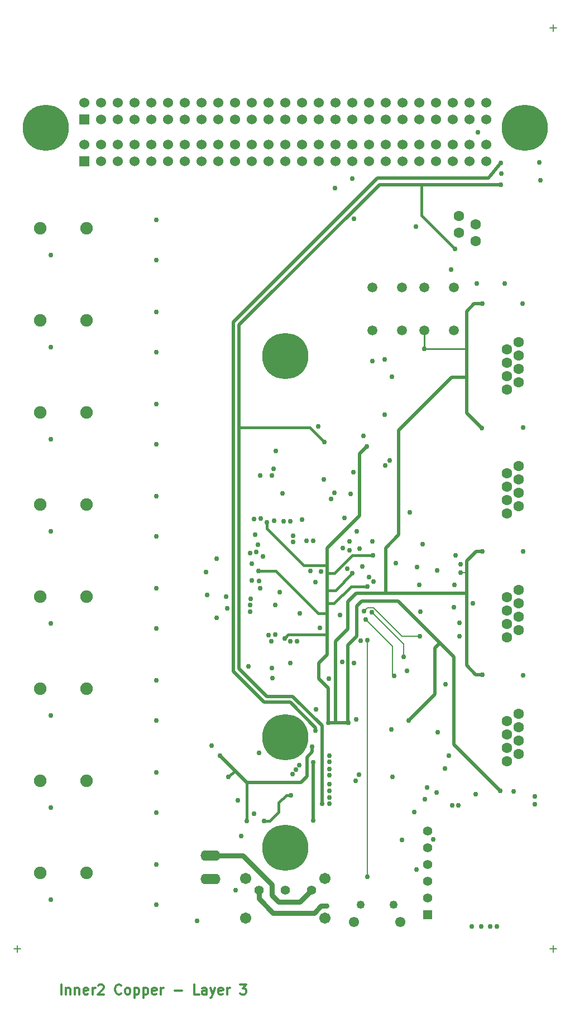
<source format=gbr>
G04 (created by PCBNEW (2013-07-07 BZR 4022)-stable) date 2/21/2016 2:52:36 PM*
%MOIN*%
G04 Gerber Fmt 3.4, Leading zero omitted, Abs format*
%FSLAX34Y34*%
G01*
G70*
G90*
G04 APERTURE LIST*
%ADD10C,0.00590551*%
%ADD11C,0.005*%
%ADD12C,0.0118*%
%ADD13C,0.0748031*%
%ADD14C,0.0672*%
%ADD15C,0.0551181*%
%ADD16C,0.275591*%
%ADD17R,0.06X0.06*%
%ADD18C,0.06*%
%ADD19C,0.0629921*%
%ADD20C,0.2756*%
%ADD21R,0.055X0.055*%
%ADD22C,0.055*%
%ADD23O,0.12X0.062*%
%ADD24O,0.12X0.063*%
%ADD25C,0.0610236*%
%ADD26C,0.0492126*%
%ADD27C,0.0590551*%
%ADD28C,0.03*%
%ADD29C,0.008*%
%ADD30C,0.03*%
%ADD31C,0.015*%
%ADD32C,0.01*%
%ADD33C,0.02*%
G04 APERTURE END LIST*
G54D10*
G54D11*
X41809Y-9011D02*
X42190Y-9011D01*
X42000Y-9202D02*
X42000Y-8821D01*
X9809Y-64011D02*
X10190Y-64011D01*
X10000Y-64202D02*
X10000Y-63821D01*
X41809Y-64011D02*
X42190Y-64011D01*
X42000Y-64202D02*
X42000Y-63821D01*
G54D12*
X12640Y-66739D02*
X12640Y-66148D01*
X12922Y-66345D02*
X12922Y-66739D01*
X12922Y-66401D02*
X12950Y-66373D01*
X13006Y-66345D01*
X13091Y-66345D01*
X13147Y-66373D01*
X13175Y-66429D01*
X13175Y-66739D01*
X13456Y-66345D02*
X13456Y-66739D01*
X13456Y-66401D02*
X13485Y-66373D01*
X13541Y-66345D01*
X13625Y-66345D01*
X13682Y-66373D01*
X13710Y-66429D01*
X13710Y-66739D01*
X14216Y-66711D02*
X14160Y-66739D01*
X14047Y-66739D01*
X13991Y-66711D01*
X13963Y-66654D01*
X13963Y-66429D01*
X13991Y-66373D01*
X14047Y-66345D01*
X14160Y-66345D01*
X14216Y-66373D01*
X14244Y-66429D01*
X14244Y-66485D01*
X13963Y-66542D01*
X14498Y-66739D02*
X14498Y-66345D01*
X14498Y-66457D02*
X14526Y-66401D01*
X14554Y-66373D01*
X14610Y-66345D01*
X14666Y-66345D01*
X14835Y-66204D02*
X14863Y-66176D01*
X14920Y-66148D01*
X15060Y-66148D01*
X15117Y-66176D01*
X15145Y-66204D01*
X15173Y-66260D01*
X15173Y-66317D01*
X15145Y-66401D01*
X14807Y-66739D01*
X15173Y-66739D01*
X16214Y-66682D02*
X16186Y-66711D01*
X16102Y-66739D01*
X16045Y-66739D01*
X15961Y-66711D01*
X15905Y-66654D01*
X15877Y-66598D01*
X15848Y-66485D01*
X15848Y-66401D01*
X15877Y-66288D01*
X15905Y-66232D01*
X15961Y-66176D01*
X16045Y-66148D01*
X16102Y-66148D01*
X16186Y-66176D01*
X16214Y-66204D01*
X16552Y-66739D02*
X16496Y-66711D01*
X16468Y-66682D01*
X16439Y-66626D01*
X16439Y-66457D01*
X16468Y-66401D01*
X16496Y-66373D01*
X16552Y-66345D01*
X16636Y-66345D01*
X16693Y-66373D01*
X16721Y-66401D01*
X16749Y-66457D01*
X16749Y-66626D01*
X16721Y-66682D01*
X16693Y-66711D01*
X16636Y-66739D01*
X16552Y-66739D01*
X17002Y-66345D02*
X17002Y-66936D01*
X17002Y-66373D02*
X17059Y-66345D01*
X17171Y-66345D01*
X17227Y-66373D01*
X17256Y-66401D01*
X17284Y-66457D01*
X17284Y-66626D01*
X17256Y-66682D01*
X17227Y-66711D01*
X17171Y-66739D01*
X17059Y-66739D01*
X17002Y-66711D01*
X17537Y-66345D02*
X17537Y-66936D01*
X17537Y-66373D02*
X17593Y-66345D01*
X17706Y-66345D01*
X17762Y-66373D01*
X17790Y-66401D01*
X17818Y-66457D01*
X17818Y-66626D01*
X17790Y-66682D01*
X17762Y-66711D01*
X17706Y-66739D01*
X17593Y-66739D01*
X17537Y-66711D01*
X18297Y-66711D02*
X18241Y-66739D01*
X18128Y-66739D01*
X18072Y-66711D01*
X18044Y-66654D01*
X18044Y-66429D01*
X18072Y-66373D01*
X18128Y-66345D01*
X18241Y-66345D01*
X18297Y-66373D01*
X18325Y-66429D01*
X18325Y-66485D01*
X18044Y-66542D01*
X18578Y-66739D02*
X18578Y-66345D01*
X18578Y-66457D02*
X18606Y-66401D01*
X18635Y-66373D01*
X18691Y-66345D01*
X18747Y-66345D01*
X19394Y-66514D02*
X19845Y-66514D01*
X20858Y-66739D02*
X20576Y-66739D01*
X20576Y-66148D01*
X21308Y-66739D02*
X21308Y-66429D01*
X21280Y-66373D01*
X21224Y-66345D01*
X21111Y-66345D01*
X21055Y-66373D01*
X21308Y-66711D02*
X21252Y-66739D01*
X21111Y-66739D01*
X21055Y-66711D01*
X21027Y-66654D01*
X21027Y-66598D01*
X21055Y-66542D01*
X21111Y-66514D01*
X21252Y-66514D01*
X21308Y-66485D01*
X21533Y-66345D02*
X21674Y-66739D01*
X21815Y-66345D02*
X21674Y-66739D01*
X21618Y-66879D01*
X21590Y-66908D01*
X21533Y-66936D01*
X22265Y-66711D02*
X22209Y-66739D01*
X22096Y-66739D01*
X22040Y-66711D01*
X22012Y-66654D01*
X22012Y-66429D01*
X22040Y-66373D01*
X22096Y-66345D01*
X22209Y-66345D01*
X22265Y-66373D01*
X22293Y-66429D01*
X22293Y-66485D01*
X22012Y-66542D01*
X22546Y-66739D02*
X22546Y-66345D01*
X22546Y-66457D02*
X22575Y-66401D01*
X22603Y-66373D01*
X22659Y-66345D01*
X22715Y-66345D01*
X23306Y-66148D02*
X23672Y-66148D01*
X23475Y-66373D01*
X23560Y-66373D01*
X23616Y-66401D01*
X23644Y-66429D01*
X23672Y-66485D01*
X23672Y-66626D01*
X23644Y-66682D01*
X23616Y-66711D01*
X23560Y-66739D01*
X23391Y-66739D01*
X23334Y-66711D01*
X23306Y-66682D01*
G54D13*
X14133Y-21000D03*
X11377Y-21000D03*
X14133Y-26500D03*
X11377Y-26500D03*
X14133Y-32000D03*
X11377Y-32000D03*
X14133Y-37500D03*
X11377Y-37500D03*
X14133Y-43000D03*
X11377Y-43000D03*
X14133Y-48500D03*
X11377Y-48500D03*
X14133Y-54000D03*
X11377Y-54000D03*
X14133Y-59500D03*
X11377Y-59500D03*
G54D14*
X23637Y-62181D03*
X28362Y-62181D03*
G54D15*
X26000Y-60507D03*
X27574Y-60507D03*
X24425Y-60507D03*
G54D14*
X23637Y-59818D03*
X28362Y-59818D03*
G54D16*
X26000Y-58000D03*
X40300Y-15000D03*
X11700Y-15000D03*
G54D17*
X14000Y-14500D03*
G54D18*
X14000Y-13500D03*
X15000Y-14500D03*
X15000Y-13500D03*
X16000Y-14500D03*
X16000Y-13500D03*
X17000Y-14500D03*
X17000Y-13500D03*
X18000Y-14500D03*
X18000Y-13500D03*
X19000Y-14500D03*
X19000Y-13500D03*
X20000Y-14500D03*
X20000Y-13500D03*
X21000Y-14500D03*
X21000Y-13500D03*
X22000Y-14500D03*
X22000Y-13500D03*
X23000Y-14500D03*
X23000Y-13500D03*
X24000Y-14500D03*
X24000Y-13500D03*
X25000Y-14500D03*
X25000Y-13500D03*
X26000Y-14500D03*
X26000Y-13500D03*
X27000Y-14500D03*
X27000Y-13500D03*
X28000Y-14500D03*
X28000Y-13500D03*
X29000Y-14500D03*
X29000Y-13500D03*
X30000Y-14500D03*
X30000Y-13500D03*
X31000Y-14500D03*
X31000Y-13500D03*
X32000Y-14500D03*
X32000Y-13500D03*
X33000Y-14500D03*
X33000Y-13500D03*
X34000Y-14500D03*
X34000Y-13500D03*
X35000Y-14500D03*
X35000Y-13500D03*
X36000Y-14500D03*
X36000Y-13500D03*
X37000Y-14500D03*
X37000Y-13500D03*
X38000Y-14500D03*
X38000Y-13500D03*
G54D17*
X14000Y-17000D03*
G54D18*
X14000Y-16000D03*
X15000Y-17000D03*
X15000Y-16000D03*
X16000Y-17000D03*
X16000Y-16000D03*
X17000Y-17000D03*
X17000Y-16000D03*
X18000Y-17000D03*
X18000Y-16000D03*
X19000Y-17000D03*
X19000Y-16000D03*
X20000Y-17000D03*
X20000Y-16000D03*
X21000Y-17000D03*
X21000Y-16000D03*
X22000Y-17000D03*
X22000Y-16000D03*
X23000Y-17000D03*
X23000Y-16000D03*
X24000Y-17000D03*
X24000Y-16000D03*
X25000Y-17000D03*
X25000Y-16000D03*
X26000Y-17000D03*
X26000Y-16000D03*
X27000Y-17000D03*
X27000Y-16000D03*
X28000Y-17000D03*
X28000Y-16000D03*
X29000Y-17000D03*
X29000Y-16000D03*
X30000Y-17000D03*
X30000Y-16000D03*
X31000Y-17000D03*
X31000Y-16000D03*
X32000Y-17000D03*
X32000Y-16000D03*
X33000Y-17000D03*
X33000Y-16000D03*
X34000Y-17000D03*
X34000Y-16000D03*
X35000Y-17000D03*
X35000Y-16000D03*
X36000Y-17000D03*
X36000Y-16000D03*
X37000Y-17000D03*
X37000Y-16000D03*
X38000Y-17000D03*
X38000Y-16000D03*
G54D19*
X39952Y-51596D03*
X39952Y-50797D03*
X39251Y-52002D03*
X39251Y-51203D03*
X39251Y-52801D03*
X39952Y-52396D03*
X39251Y-50403D03*
X39952Y-49998D03*
X39952Y-36796D03*
X39952Y-35997D03*
X39251Y-37202D03*
X39251Y-36403D03*
X39251Y-38001D03*
X39952Y-37596D03*
X39251Y-35603D03*
X39952Y-35198D03*
X39952Y-29396D03*
X39952Y-28597D03*
X39251Y-29802D03*
X39251Y-29003D03*
X39251Y-30601D03*
X39952Y-30196D03*
X39251Y-28203D03*
X39952Y-27798D03*
X39952Y-44196D03*
X39952Y-43397D03*
X39251Y-44602D03*
X39251Y-43803D03*
X39251Y-45401D03*
X39952Y-44996D03*
X39251Y-43003D03*
X39952Y-42598D03*
X36368Y-21248D03*
X36368Y-20251D03*
X37368Y-21748D03*
X37368Y-20751D03*
G54D20*
X26000Y-28622D03*
X26000Y-51377D03*
G54D21*
X34500Y-62000D03*
G54D22*
X34500Y-61000D03*
X34500Y-60000D03*
X34500Y-59000D03*
X34500Y-58000D03*
X34500Y-57000D03*
G54D23*
X21550Y-59838D03*
G54D24*
X21550Y-58461D03*
G54D25*
X30122Y-62429D03*
G54D26*
X32484Y-61375D03*
X30515Y-61375D03*
G54D25*
X32877Y-62429D03*
G54D27*
X32985Y-24520D03*
X31214Y-24520D03*
X31214Y-27079D03*
X32985Y-27079D03*
X36085Y-24520D03*
X34314Y-24520D03*
X34314Y-27079D03*
X36085Y-27079D03*
G54D28*
X21900Y-44260D03*
X21340Y-42880D03*
X23912Y-43872D03*
X22540Y-43680D03*
X23916Y-43476D03*
X22474Y-42992D03*
X23924Y-43102D03*
X24426Y-42044D03*
X23990Y-41014D03*
X23904Y-40392D03*
X25332Y-38458D03*
X25825Y-36809D03*
X25922Y-38472D03*
X26316Y-38490D03*
X28960Y-18590D03*
X30000Y-18010D03*
X27980Y-32830D03*
X31942Y-28806D03*
X31942Y-32108D03*
X30660Y-33390D03*
X30120Y-20410D03*
X29280Y-44090D03*
X33810Y-20900D03*
X26480Y-39721D03*
X25406Y-45253D03*
X37140Y-62700D03*
X34350Y-55090D03*
X32334Y-50916D03*
X35540Y-53260D03*
X37690Y-62670D03*
X38230Y-62700D03*
X35050Y-54670D03*
X35770Y-52500D03*
X38650Y-62700D03*
X25215Y-47264D03*
X33840Y-59290D03*
X33690Y-55850D03*
X32415Y-53742D03*
X25022Y-45275D03*
X25189Y-45646D03*
X34470Y-54380D03*
X34840Y-57500D03*
X30190Y-54000D03*
X29405Y-46868D03*
X28060Y-44860D03*
X24150Y-55960D03*
X24430Y-52330D03*
X28600Y-47900D03*
X26860Y-43990D03*
X21600Y-51900D03*
X37430Y-24280D03*
X31960Y-35150D03*
X39110Y-24280D03*
X32240Y-34840D03*
X29912Y-36844D03*
X27277Y-39650D03*
X28927Y-36771D03*
X28754Y-37143D03*
X27680Y-39640D03*
X29545Y-38300D03*
X31198Y-39690D03*
X27800Y-42130D03*
X33430Y-37940D03*
X27515Y-41460D03*
X28150Y-41500D03*
X30450Y-40120D03*
X29850Y-39680D03*
X29850Y-40220D03*
X29450Y-40090D03*
X29709Y-41323D03*
X30279Y-39082D03*
X24387Y-39890D03*
X37220Y-43390D03*
X31001Y-41823D03*
X24155Y-38335D03*
X24683Y-40580D03*
X24194Y-39300D03*
X27020Y-38370D03*
X31210Y-28920D03*
X23180Y-55150D03*
X25400Y-43500D03*
X24490Y-42472D03*
X32970Y-57520D03*
X30900Y-45600D03*
X30900Y-59725D03*
X28475Y-61459D03*
X24270Y-40320D03*
X25300Y-35346D03*
X23800Y-47150D03*
X33880Y-41205D03*
X21913Y-40723D03*
X25689Y-42717D03*
X36460Y-41040D03*
X32590Y-40975D03*
X30508Y-45626D03*
X33283Y-47426D03*
X24400Y-41450D03*
X34300Y-28200D03*
X27800Y-51000D03*
X38860Y-17080D03*
X25970Y-45480D03*
X30900Y-42390D03*
X30020Y-41600D03*
X31240Y-40520D03*
X33370Y-50400D03*
X38840Y-54600D03*
X36400Y-44535D03*
X22610Y-53760D03*
X28570Y-50505D03*
X27620Y-51940D03*
X29780Y-50514D03*
X30880Y-34010D03*
X36480Y-41550D03*
X22110Y-52485D03*
X23700Y-56379D03*
X37770Y-25500D03*
X27680Y-56340D03*
X27680Y-52874D03*
X37780Y-47640D03*
X37780Y-40300D03*
X37730Y-32910D03*
X24900Y-38540D03*
X28200Y-55350D03*
X38910Y-17710D03*
X37510Y-15260D03*
X36130Y-22230D03*
X38860Y-18370D03*
X28330Y-33760D03*
X26340Y-54840D03*
X24730Y-56379D03*
X24008Y-42004D03*
X27835Y-49729D03*
X25250Y-47850D03*
X12000Y-61100D03*
X12000Y-55600D03*
X12000Y-50100D03*
X12000Y-44600D03*
X12000Y-39100D03*
X12000Y-33600D03*
X12000Y-28100D03*
X12000Y-22600D03*
X18300Y-61400D03*
X18300Y-59000D03*
X18300Y-55900D03*
X18300Y-53500D03*
X18300Y-50400D03*
X18300Y-48000D03*
X18300Y-44900D03*
X18300Y-42500D03*
X18300Y-39400D03*
X18300Y-37000D03*
X18300Y-33900D03*
X18300Y-31500D03*
X18300Y-28400D03*
X18300Y-26000D03*
X18300Y-22900D03*
X18300Y-20500D03*
X28650Y-52500D03*
X28640Y-55360D03*
X26320Y-45650D03*
X31170Y-43920D03*
X30120Y-46960D03*
X30600Y-41200D03*
X31275Y-42100D03*
X24545Y-38330D03*
X36340Y-55450D03*
X35970Y-55450D03*
X36060Y-43629D03*
X40170Y-25500D03*
X33060Y-46570D03*
X40200Y-47679D03*
X36090Y-42300D03*
X34060Y-43879D03*
X30064Y-35566D03*
X21275Y-41530D03*
X25435Y-34300D03*
X41229Y-18110D03*
X41179Y-17050D03*
X35920Y-23440D03*
X35070Y-41420D03*
X26640Y-53320D03*
X20750Y-62350D03*
X24505Y-35735D03*
X25205Y-35735D03*
X35565Y-48209D03*
X36405Y-45340D03*
X36185Y-40520D03*
X34210Y-39860D03*
X39630Y-54610D03*
X35100Y-51100D03*
X28290Y-36000D03*
X34000Y-42300D03*
X30225Y-50329D03*
X28640Y-54190D03*
X28645Y-53664D03*
X28650Y-52850D03*
X28640Y-55000D03*
X28650Y-53280D03*
X28640Y-54580D03*
X23380Y-57270D03*
X40200Y-32890D03*
X40220Y-40300D03*
X37370Y-54794D03*
X40900Y-55370D03*
X40900Y-54929D03*
X26450Y-53600D03*
X26840Y-53040D03*
X34025Y-45340D03*
X30710Y-43850D03*
X26464Y-39339D03*
X32372Y-29856D03*
X32500Y-47725D03*
X30790Y-44350D03*
X23040Y-60510D03*
X26300Y-46950D03*
X30410Y-53620D03*
X26704Y-45664D03*
G54D29*
X30900Y-59725D02*
X30900Y-45600D01*
G54D30*
X24425Y-60507D02*
X24425Y-60525D01*
X28145Y-61459D02*
X28475Y-61459D01*
X27725Y-61879D02*
X28145Y-61459D01*
X25280Y-61879D02*
X27725Y-61879D01*
X24425Y-61025D02*
X25280Y-61879D01*
X24425Y-60525D02*
X24425Y-61025D01*
G54D31*
X24400Y-41450D02*
X24410Y-41459D01*
X24410Y-41459D02*
X25449Y-41459D01*
X25449Y-41459D02*
X27969Y-43979D01*
X27969Y-43979D02*
X28505Y-43979D01*
G54D32*
X34300Y-28200D02*
X34314Y-28185D01*
X34314Y-27079D02*
X34314Y-28185D01*
X34328Y-28200D02*
X36830Y-28200D01*
X34314Y-28185D02*
X34328Y-28200D01*
G54D33*
X22900Y-26600D02*
X22900Y-47450D01*
X38150Y-18000D02*
X38860Y-17080D01*
X31500Y-18000D02*
X38150Y-18000D01*
X22900Y-26600D02*
X31500Y-18000D01*
X27800Y-51000D02*
X27800Y-50810D01*
X26290Y-49300D02*
X27800Y-50810D01*
X24750Y-49300D02*
X26290Y-49300D01*
X22900Y-47450D02*
X24750Y-49300D01*
G54D31*
X22610Y-53760D02*
X22620Y-53760D01*
X22620Y-53760D02*
X23002Y-53377D01*
G54D33*
X28505Y-45250D02*
X28505Y-46465D01*
G54D31*
X28505Y-45250D02*
X26180Y-45250D01*
X26180Y-45250D02*
X25970Y-45480D01*
G54D33*
X28505Y-45250D02*
X28505Y-43979D01*
G54D31*
X30900Y-42390D02*
X29930Y-42390D01*
X29010Y-42610D02*
X28505Y-42610D01*
X28505Y-42605D02*
X28505Y-42610D01*
X30020Y-41600D02*
X29010Y-42610D01*
X28920Y-43400D02*
X28505Y-43400D01*
X29930Y-42390D02*
X28920Y-43400D01*
G54D33*
X28505Y-43400D02*
X28505Y-42605D01*
X28505Y-42605D02*
X28505Y-41585D01*
G54D31*
X31240Y-40520D02*
X29999Y-40520D01*
X29999Y-40520D02*
X28935Y-41585D01*
X28935Y-41585D02*
X28505Y-41585D01*
G54D33*
X28505Y-43979D02*
X28505Y-43400D01*
X28505Y-41585D02*
X28505Y-41114D01*
X28505Y-46465D02*
X28020Y-46950D01*
X29022Y-49757D02*
X29022Y-50505D01*
X28570Y-50505D02*
X29022Y-50505D01*
X29022Y-50505D02*
X29770Y-50505D01*
X29770Y-50505D02*
X29780Y-50514D01*
X35235Y-45755D02*
X32737Y-43257D01*
X30562Y-43257D02*
X32737Y-43257D01*
X30270Y-43550D02*
X30562Y-43257D01*
X29745Y-50479D02*
X29780Y-50514D01*
X29745Y-50479D02*
X29745Y-45875D01*
X30270Y-45350D02*
X30270Y-43550D01*
X29745Y-45875D02*
X30270Y-45350D01*
X29745Y-44920D02*
X29740Y-44920D01*
X29010Y-49744D02*
X29022Y-49757D01*
X29010Y-45650D02*
X29010Y-49744D01*
X29740Y-44920D02*
X29010Y-45650D01*
X32000Y-42779D02*
X30250Y-42779D01*
X29745Y-43285D02*
X29745Y-44920D01*
X30250Y-42779D02*
X29745Y-43285D01*
X28020Y-47890D02*
X28570Y-48440D01*
X28020Y-46950D02*
X28020Y-47890D01*
X33360Y-50400D02*
X33370Y-50400D01*
X35235Y-45755D02*
X34945Y-46045D01*
X34945Y-48815D02*
X33360Y-50400D01*
X34945Y-46045D02*
X34945Y-48815D01*
X36070Y-51830D02*
X36060Y-46580D01*
X36070Y-51830D02*
X38840Y-54600D01*
X36060Y-46580D02*
X35235Y-45755D01*
X37730Y-32910D02*
X36830Y-32010D01*
X36830Y-29900D02*
X35940Y-29900D01*
X32780Y-33060D02*
X32780Y-39290D01*
X35940Y-29900D02*
X32780Y-33060D01*
X36830Y-41559D02*
X36830Y-40860D01*
X36830Y-40860D02*
X37390Y-40300D01*
X32000Y-42779D02*
X32000Y-40070D01*
X32000Y-40070D02*
X32780Y-39290D01*
X37780Y-47640D02*
X37380Y-47640D01*
X37380Y-47640D02*
X36830Y-47090D01*
X36830Y-47090D02*
X36830Y-42779D01*
X36830Y-42779D02*
X32000Y-42779D01*
X28570Y-50505D02*
X28570Y-48440D01*
X27620Y-51940D02*
X27620Y-52250D01*
X27290Y-52580D02*
X27290Y-53709D01*
X27290Y-53709D02*
X26930Y-54070D01*
X26930Y-54070D02*
X23695Y-54070D01*
X27620Y-52250D02*
X27290Y-52580D01*
X28505Y-41114D02*
X28505Y-40085D01*
X30430Y-38160D02*
X30430Y-34460D01*
X30430Y-34460D02*
X30880Y-34010D01*
X28505Y-40085D02*
X30430Y-38160D01*
X37780Y-40300D02*
X37390Y-40300D01*
G54D31*
X27104Y-41114D02*
X28505Y-41114D01*
X24900Y-38915D02*
X27104Y-41114D01*
X24900Y-38540D02*
X24900Y-38915D01*
G54D29*
X36485Y-41555D02*
X36830Y-41559D01*
X36480Y-41550D02*
X36485Y-41555D01*
G54D31*
X23695Y-56374D02*
X23700Y-56379D01*
X23695Y-54070D02*
X23695Y-56374D01*
G54D33*
X37270Y-25500D02*
X37770Y-25500D01*
X36830Y-25940D02*
X37270Y-25500D01*
X36830Y-28200D02*
X36830Y-25940D01*
X36830Y-32010D02*
X36830Y-29900D01*
X36830Y-29900D02*
X36830Y-28200D01*
X27680Y-52874D02*
X27680Y-56340D01*
X22110Y-52485D02*
X23002Y-53377D01*
X23002Y-53377D02*
X23207Y-53582D01*
X23207Y-53582D02*
X23695Y-54070D01*
X37775Y-47644D02*
X37777Y-47642D01*
X37780Y-47644D02*
X37775Y-47644D01*
X37777Y-47642D02*
X37780Y-47644D01*
X37777Y-47642D02*
X37780Y-47640D01*
X36830Y-42779D02*
X36830Y-41559D01*
X23250Y-32900D02*
X23250Y-47300D01*
X28200Y-55350D02*
X28200Y-50700D01*
X26450Y-48950D02*
X28200Y-50700D01*
X24900Y-48950D02*
X26450Y-48950D01*
X23250Y-47300D02*
X24900Y-48950D01*
G54D31*
X34125Y-20205D02*
X34125Y-18370D01*
X34125Y-18370D02*
X34120Y-18370D01*
X36130Y-22230D02*
X36130Y-22210D01*
X36130Y-22210D02*
X34125Y-20205D01*
G54D33*
X23250Y-32900D02*
X23250Y-26760D01*
X31640Y-18370D02*
X34120Y-18370D01*
X23250Y-26760D02*
X31640Y-18370D01*
X34120Y-18370D02*
X38860Y-18370D01*
G54D31*
X28330Y-33760D02*
X27470Y-32900D01*
X27470Y-32900D02*
X23250Y-32900D01*
X26070Y-54840D02*
X26340Y-54840D01*
X25610Y-55300D02*
X26070Y-54840D01*
X25610Y-55859D02*
X25610Y-55300D01*
X25070Y-56400D02*
X25610Y-55859D01*
X24750Y-56400D02*
X25070Y-56400D01*
X24730Y-56379D02*
X24750Y-56400D01*
G54D29*
X31325Y-44074D02*
X31170Y-43920D01*
X31325Y-44075D02*
X31325Y-44074D01*
X33060Y-45814D02*
X31325Y-44075D01*
X33060Y-46570D02*
X33060Y-45814D01*
X34025Y-45340D02*
X32980Y-45340D01*
X32980Y-45340D02*
X31280Y-43640D01*
X31280Y-43640D02*
X30920Y-43640D01*
X30920Y-43640D02*
X30710Y-43850D01*
X32390Y-45950D02*
X30790Y-44350D01*
X32390Y-47615D02*
X32390Y-45950D01*
X32500Y-47725D02*
X32390Y-47615D01*
G54D30*
X23481Y-58461D02*
X21300Y-58461D01*
X25205Y-60185D02*
X23481Y-58461D01*
X25205Y-60805D02*
X25205Y-60185D01*
X25620Y-61220D02*
X25205Y-60805D01*
X26875Y-61220D02*
X25620Y-61220D01*
X27574Y-60520D02*
X26875Y-61220D01*
X27574Y-60507D02*
X27574Y-60520D01*
M02*

</source>
